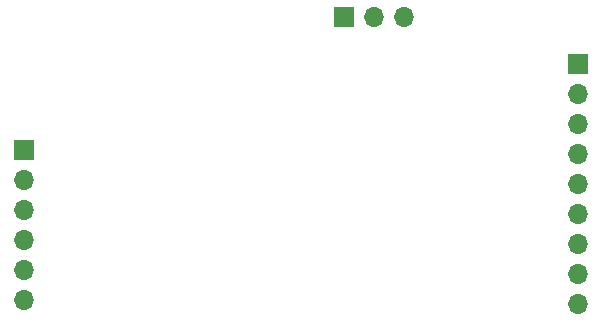
<source format=gbr>
%TF.GenerationSoftware,KiCad,Pcbnew,8.0.6*%
%TF.CreationDate,2025-03-17T21:12:52+03:00*%
%TF.ProjectId,ECU_SW_Control,4543555f-5357-45f4-936f-6e74726f6c2e,v1*%
%TF.SameCoordinates,Original*%
%TF.FileFunction,Soldermask,Bot*%
%TF.FilePolarity,Negative*%
%FSLAX46Y46*%
G04 Gerber Fmt 4.6, Leading zero omitted, Abs format (unit mm)*
G04 Created by KiCad (PCBNEW 8.0.6) date 2025-03-17 21:12:52*
%MOMM*%
%LPD*%
G01*
G04 APERTURE LIST*
%ADD10R,1.700000X1.700000*%
%ADD11O,1.700000X1.700000*%
G04 APERTURE END LIST*
D10*
%TO.C,J2*%
X188544200Y-111455200D03*
D11*
X188544200Y-113995200D03*
X188544200Y-116535200D03*
X188544200Y-119075200D03*
X188544200Y-121615200D03*
X188544200Y-124155200D03*
X188544200Y-126695200D03*
X188544200Y-129235200D03*
X188544200Y-131775200D03*
%TD*%
D10*
%TO.C,J3*%
X168798000Y-107492800D03*
D11*
X171338000Y-107492800D03*
X173878000Y-107492800D03*
%TD*%
D10*
%TO.C,J1*%
X141706600Y-118719600D03*
D11*
X141706600Y-121259600D03*
X141706600Y-123799600D03*
X141706600Y-126339600D03*
X141706600Y-128879600D03*
X141706600Y-131419600D03*
%TD*%
M02*

</source>
